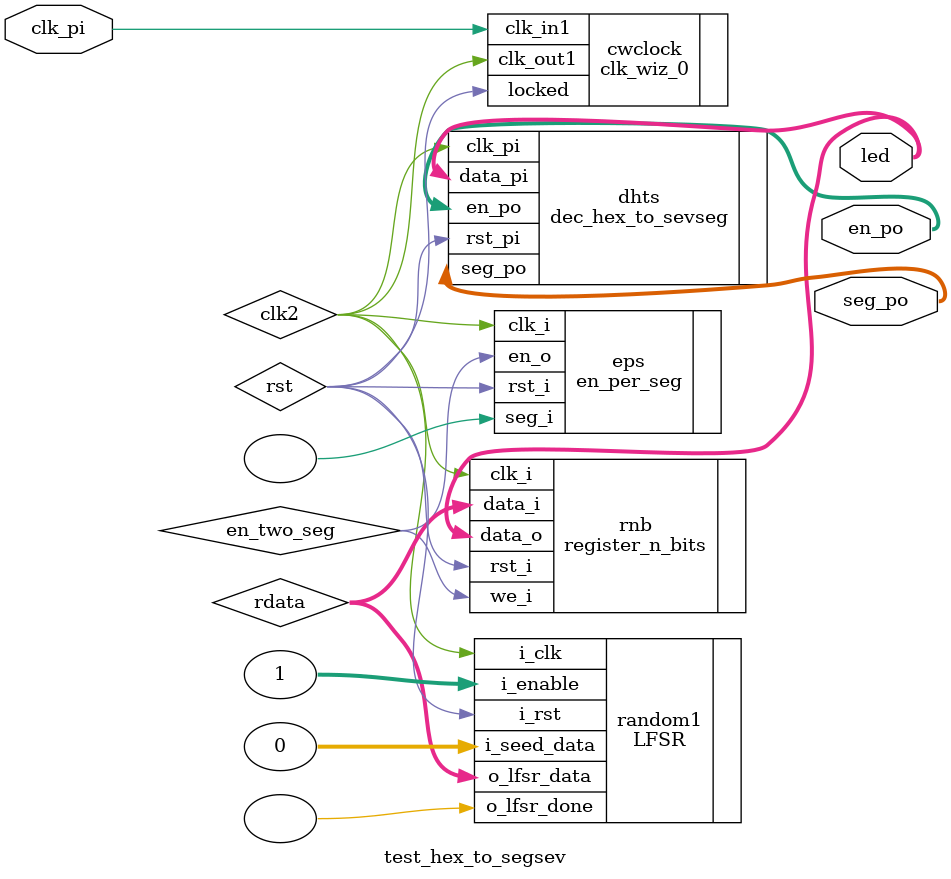
<source format=sv>
`timescale 1ns / 1ps


module test_hex_to_segsev(
    input  logic        clk_pi,
    
    output logic [3:0]  en_po,
    output logic [6:0]  seg_po,
    output logic [15:0] led
   );
   
   
    //Variables del clock
    logic rst;
    logic clk2;
    
    //Variables del registro
    logic [15:0] data_r; //Dato de salida del registro
    
    //Variables del contador
    logic [1:0]  sel;
    
    //Variables del clkdiv
    logic       clkdiv;
    
    //Variable de habilitacion cada dos segundos
    logic       en_two_seg;
    
    //Variable aleatoria
    logic [15:0] rdata;
    
    clk_wiz_0 cwclock
   (
    .clk_out1       (clk2),
    .locked         (rst), 
    .clk_in1        (clk_pi)
    
    );
   
    en_per_seg eps(
        .clk_i      (clk2),
        .rst_i      (rst),
        .seg_i      (), //Nota: modificar este modulo para funcionamiento en fpga 2 para fpga
                         //Para testbench modificar y poner 1.
        
        .en_o       (en_two_seg)
    );
    
    LFSR #(.NUM_BITS(16)) random1 
  (
       .i_clk       (clk2),
       .i_rst       (rst),
       .i_enable    (1),
       .i_seed_data (0),
       .o_lfsr_data (rdata),
       .o_lfsr_done ()
   );
    
  
    register_n_bits #(.N(16)) rnb(
        .clk_i      (clk2), 
        .rst_i      (rst), 
        .we_i       (en_two_seg),
        .data_i     (rdata),
        .data_o     (led)
    );
    
    dec_hex_to_sevseg dhts(
        .clk_pi     (clk2),
        .rst_pi     (rst),
        .data_pi    (led),
        .en_po      (en_po),
        .seg_po     (seg_po)
   );
   
   
    
    
   
endmodule

</source>
